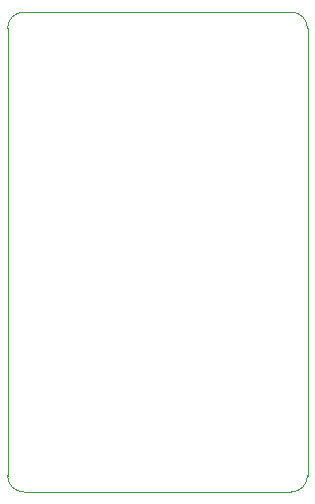
<source format=gbr>
G04 Generated by Ultiboard 13.0 *
%FSLAX25Y25*%
%MOIN*%

%ADD10C,0.00001*%
%ADD11C,0.00004*%


G04 ColorRGB 00FFFF for the following layer *
%LNBoard Outline*%
%LPD*%
G54D10*
G54D11*
X0Y154511D02*
X0Y5489D01*
G75*
D01*
G03X5489Y0I5489J0*
G01*
X94511Y0D01*
G75*
D01*
G03X100000Y5489I0J5489*
G01*
X100000Y154511D01*
G74*
D01*
G03X94511Y160000I5489J0*
G01*
X5489Y160000D01*
G75*
D01*
G03X0Y154511I0J-5489*
G01*

M02*

</source>
